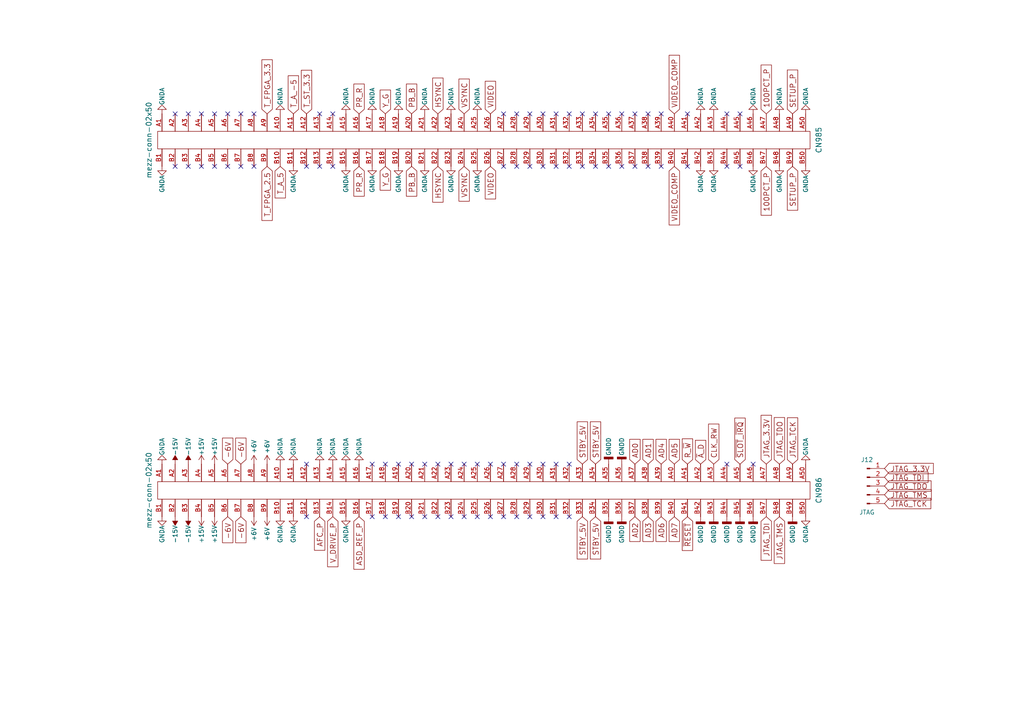
<source format=kicad_sch>
(kicad_sch (version 20211123) (generator eeschema)
  (paper "A4")
  (title_block (title "BKM-68X Alternative") (rev "F") (company "L33T TEK") (comment 1 "Martin Hejnfelt") (comment 2 "martin@hejnfelt.com") (comment 3 "www.immerhax.com"))
  (lib_symbols
    (symbol "bkm-68x-simple-rescue:Conn_01x05_Male" (pin_names (offset 1.016) hide)
      (property "Reference" "J" (at 0 7.62 0))
      (property "Value" "Conn_01x05_Male" (at 0 -7.62 0))
      (symbol "Conn_01x05_Male_1_1"
        (polyline (pts (xy 1.27 -5.08) (xy 0.8636 -5.08)) (stroke (width 0.1524)))
        (polyline (pts (xy 1.27 -2.54) (xy 0.8636 -2.54)) (stroke (width 0.1524)))
        (polyline (pts (xy 1.27 0) (xy 0.8636 0)) (stroke (width 0.1524)))
        (polyline (pts (xy 1.27 2.54) (xy 0.8636 2.54)) (stroke (width 0.1524)))
        (polyline (pts (xy 1.27 5.08) (xy 0.8636 5.08)) (stroke (width 0.1524)))
        (rectangle (start 0.8636 -4.953) (end 0 -5.207) (stroke (width 0.1524)) (fill (type outline)))
        (rectangle (start 0.8636 -2.413) (end 0 -2.667) (stroke (width 0.1524)) (fill (type outline)))
        (rectangle (start 0.8636 0.127) (end 0 -0.127) (stroke (width 0.1524)) (fill (type outline)))
        (rectangle (start 0.8636 2.667) (end 0 2.413) (stroke (width 0.1524)) (fill (type outline)))
        (rectangle (start 0.8636 5.207) (end 0 4.953) (stroke (width 0.1524)) (fill (type outline)))
        (pin passive line (at 5.08 5.08 180) (length 3.81) (name "Pin_1") (number "1"))
        (pin passive line (at 5.08 2.54 180) (length 3.81) (name "Pin_2") (number "2"))
        (pin passive line (at 5.08 0 180) (length 3.81) (name "Pin_3") (number "3"))
        (pin passive line (at 5.08 -2.54 180) (length 3.81) (name "Pin_4") (number "4"))
        (pin passive line (at 5.08 -5.08 180) (length 3.81) (name "Pin_5") (number "5"))
      )
    )
    (symbol "mezz-conn-02x50:mezz-conn-02x50" (pin_names (offset 1.016))
      (property "Reference" "J" (at 100.33 0 90))
      (property "Value" "mezz-conn-02x50" (at -93.98 0 90))
      (symbol "mezz-conn-02x50_0_1"
        (rectangle (start -91.44 2.54) (end 97.79 -2.54))
      )
      (symbol "mezz-conn-02x50_1_1"
        (pin bidirectional line (at -90.17 7.62 270) (length 5.08) (name "~") (number "A1"))
        (pin bidirectional line (at -55.88 7.62 270) (length 5.08) (name "~") (number "A10"))
        (pin bidirectional line (at -52.07 7.62 270) (length 5.08) (name "~") (number "A11"))
        (pin bidirectional line (at -48.26 7.62 270) (length 5.08) (name "~") (number "A12"))
        (pin bidirectional line (at -44.45 7.62 270) (length 5.08) (name "~") (number "A13"))
        (pin bidirectional line (at -40.64 7.62 270) (length 5.08) (name "~") (number "A14"))
        (pin bidirectional line (at -36.83 7.62 270) (length 5.08) (name "~") (number "A15"))
        (pin bidirectional line (at -33.02 7.62 270) (length 5.08) (name "~") (number "A16"))
        (pin bidirectional line (at -29.21 7.62 270) (length 5.08) (name "~") (number "A17"))
        (pin bidirectional line (at -25.4 7.62 270) (length 5.08) (name "~") (number "A18"))
        (pin bidirectional line (at -21.59 7.62 270) (length 5.08) (name "~") (number "A19"))
        (pin bidirectional line (at -86.36 7.62 270) (length 5.08) (name "~") (number "A2"))
        (pin bidirectional line (at -17.78 7.62 270) (length 5.08) (name "~") (number "A20"))
        (pin bidirectional line (at -13.97 7.62 270) (length 5.08) (name "~") (number "A21"))
        (pin bidirectional line (at -10.16 7.62 270) (length 5.08) (name "~") (number "A22"))
        (pin bidirectional line (at -6.35 7.62 270) (length 5.08) (name "~") (number "A23"))
        (pin bidirectional line (at -2.54 7.62 270) (length 5.08) (name "~") (number "A24"))
        (pin bidirectional line (at 1.27 7.62 270) (length 5.08) (name "~") (number "A25"))
        (pin bidirectional line (at 5.08 7.62 270) (length 5.08) (name "~") (number "A26"))
        (pin bidirectional line (at 8.89 7.62 270) (length 5.08) (name "~") (number "A27"))
        (pin bidirectional line (at 12.7 7.62 270) (length 5.08) (name "~") (number "A28"))
        (pin bidirectional line (at 16.51 7.62 270) (length 5.08) (name "~") (number "A29"))
        (pin bidirectional line (at -82.55 7.62 270) (length 5.08) (name "~") (number "A3"))
        (pin bidirectional line (at 20.32 7.62 270) (length 5.08) (name "~") (number "A30"))
        (pin bidirectional line (at 24.13 7.62 270) (length 5.08) (name "~") (number "A31"))
        (pin bidirectional line (at 27.94 7.62 270) (length 5.08) (name "~") (number "A32"))
        (pin bidirectional line (at 31.75 7.62 270) (length 5.08) (name "~") (number "A33"))
        (pin bidirectional line (at 35.56 7.62 270) (length 5.08) (name "~") (number "A34"))
        (pin bidirectional line (at 39.37 7.62 270) (length 5.08) (name "~") (number "A35"))
        (pin bidirectional line (at 43.18 7.62 270) (length 5.08) (name "~") (number "A36"))
        (pin bidirectional line (at 46.99 7.62 270) (length 5.08) (name "~") (number "A37"))
        (pin bidirectional line (at 50.8 7.62 270) (length 5.08) (name "~") (number "A38"))
        (pin bidirectional line (at 54.61 7.62 270) (length 5.08) (name "~") (number "A39"))
        (pin bidirectional line (at -78.74 7.62 270) (length 5.08) (name "~") (number "A4"))
        (pin bidirectional line (at 58.42 7.62 270) (length 5.08) (name "~") (number "A40"))
        (pin bidirectional line (at 62.23 7.62 270) (length 5.08) (name "~") (number "A41"))
        (pin bidirectional line (at 66.04 7.62 270) (length 5.08) (name "~") (number "A42"))
        (pin bidirectional line (at 69.85 7.62 270) (length 5.08) (name "~") (number "A43"))
        (pin bidirectional line (at 73.66 7.62 270) (length 5.08) (name "~") (number "A44"))
        (pin bidirectional line (at 77.47 7.62 270) (length 5.08) (name "~") (number "A45"))
        (pin bidirectional line (at 81.28 7.62 270) (length 5.08) (name "~") (number "A46"))
        (pin bidirectional line (at 85.09 7.62 270) (length 5.08) (name "~") (number "A47"))
        (pin bidirectional line (at 88.9 7.62 270) (length 5.08) (name "~") (number "A48"))
        (pin bidirectional line (at 92.71 7.62 270) (length 5.08) (name "~") (number "A49"))
        (pin bidirectional line (at -74.93 7.62 270) (length 5.08) (name "~") (number "A5"))
        (pin bidirectional line (at 96.52 7.62 270) (length 5.08) (name "~") (number "A50"))
        (pin bidirectional line (at -71.12 7.62 270) (length 5.08) (name "~") (number "A6"))
        (pin bidirectional line (at -67.31 7.62 270) (length 5.08) (name "~") (number "A7"))
        (pin bidirectional line (at -63.5 7.62 270) (length 5.08) (name "~") (number "A8"))
        (pin bidirectional line (at -59.69 7.62 270) (length 5.08) (name "~") (number "A9"))
        (pin bidirectional line (at -90.17 -7.62 90) (length 5.08) (name "~") (number "B1"))
        (pin bidirectional line (at -55.88 -7.62 90) (length 5.08) (name "~") (number "B10"))
        (pin bidirectional line (at -52.07 -7.62 90) (length 5.08) (name "~") (number "B11"))
        (pin bidirectional line (at -48.26 -7.62 90) (length 5.08) (name "~") (number "B12"))
        (pin bidirectional line (at -44.45 -7.62 90) (length 5.08) (name "~") (number "B13"))
        (pin bidirectional line (at -40.64 -7.62 90) (length 5.08) (name "~") (number "B14"))
        (pin bidirectional line (at -36.83 -7.62 90) (length 5.08) (name "~") (number "B15"))
        (pin bidirectional line (at -33.02 -7.62 90) (length 5.08) (name "~") (number "B16"))
        (pin bidirectional line (at -29.21 -7.62 90) (length 5.08) (name "~") (number "B17"))
        (pin bidirectional line (at -25.4 -7.62 90) (length 5.08) (name "~") (number "B18"))
        (pin bidirectional line (at -21.59 -7.62 90) (length 5.08) (name "~") (number "B19"))
        (pin bidirectional line (at -86.36 -7.62 90) (length 5.08) (name "~") (number "B2"))
        (pin bidirectional line (at -17.78 -7.62 90) (length 5.08) (name "~") (number "B20"))
        (pin bidirectional line (at -13.97 -7.62 90) (length 5.08) (name "~") (number "B21"))
        (pin bidirectional line (at -10.16 -7.62 90) (length 5.08) (name "~") (number "B22"))
        (pin bidirectional line (at -6.35 -7.62 90) (length 5.08) (name "~") (number "B23"))
        (pin bidirectional line (at -2.54 -7.62 90) (length 5.08) (name "~") (number "B24"))
        (pin bidirectional line (at 1.27 -7.62 90) (length 5.08) (name "~") (number "B25"))
        (pin bidirectional line (at 5.08 -7.62 90) (length 5.08) (name "~") (number "B26"))
        (pin bidirectional line (at 8.89 -7.62 90) (length 5.08) (name "~") (number "B27"))
        (pin bidirectional line (at 12.7 -7.62 90) (length 5.08) (name "~") (number "B28"))
        (pin bidirectional line (at 16.51 -7.62 90) (length 5.08) (name "~") (number "B29"))
        (pin bidirectional line (at -82.55 -7.62 90) (length 5.08) (name "~") (number "B3"))
        (pin bidirectional line (at 20.32 -7.62 90) (length 5.08) (name "~") (number "B30"))
        (pin bidirectional line (at 24.13 -7.62 90) (length 5.08) (name "~") (number "B31"))
        (pin bidirectional line (at 27.94 -7.62 90) (length 5.08) (name "~") (number "B32"))
        (pin bidirectional line (at 31.75 -7.62 90) (length 5.08) (name "~") (number "B33"))
        (pin bidirectional line (at 35.56 -7.62 90) (length 5.08) (name "~") (number "B34"))
        (pin bidirectional line (at 39.37 -7.62 90) (length 5.08) (name "~") (number "B35"))
        (pin bidirectional line (at 43.18 -7.62 90) (length 5.08) (name "~") (number "B36"))
        (pin bidirectional line (at 46.99 -7.62 90) (length 5.08) (name "~") (number "B37"))
        (pin bidirectional line (at 50.8 -7.62 90) (length 5.08) (name "~") (number "B38"))
        (pin bidirectional line (at 54.61 -7.62 90) (length 5.08) (name "~") (number "B39"))
        (pin bidirectional line (at -78.74 -7.62 90) (length 5.08) (name "~") (number "B4"))
        (pin bidirectional line (at 58.42 -7.62 90) (length 5.08) (name "~") (number "B40"))
        (pin bidirectional line (at 62.23 -7.62 90) (length 5.08) (name "~") (number "B41"))
        (pin bidirectional line (at 66.04 -7.62 90) (length 5.08) (name "~") (number "B42"))
        (pin bidirectional line (at 69.85 -7.62 90) (length 5.08) (name "~") (number "B43"))
        (pin bidirectional line (at 73.66 -7.62 90) (length 5.08) (name "~") (number "B44"))
        (pin bidirectional line (at 77.47 -7.62 90) (length 5.08) (name "~") (number "B45"))
        (pin bidirectional line (at 81.28 -7.62 90) (length 5.08) (name "~") (number "B46"))
        (pin bidirectional line (at 85.09 -7.62 90) (length 5.08) (name "~") (number "B47"))
        (pin bidirectional line (at 88.9 -7.62 90) (length 5.08) (name "~") (number "B48"))
        (pin bidirectional line (at 92.71 -7.62 90) (length 5.08) (name "~") (number "B49"))
        (pin bidirectional line (at -74.93 -7.62 90) (length 5.08) (name "~") (number "B5"))
        (pin bidirectional line (at 96.52 -7.62 90) (length 5.08) (name "~") (number "B50"))
        (pin bidirectional line (at -71.12 -7.62 90) (length 5.08) (name "~") (number "B6"))
        (pin bidirectional line (at -67.31 -7.62 90) (length 5.08) (name "~") (number "B7"))
        (pin bidirectional line (at -63.5 -7.62 90) (length 5.08) (name "~") (number "B8"))
        (pin bidirectional line (at -59.69 -7.62 90) (length 5.08) (name "~") (number "B9"))
      )
    )
    (symbol "power:+15V" (power) (pin_names (offset 0))
      (property "Value" "+15V" (at 0 3.556 0))
      (symbol "+15V_0_1"
        (polyline (pts (xy -0.762 1.27) (xy 0 2.54)))
        (polyline (pts (xy 0 0) (xy 0 2.54)))
        (polyline (pts (xy 0 2.54) (xy 0.762 1.27)))
      )
      (symbol "+15V_1_1"
        (pin power_in line (at 0 0 90) (length 0) hide (name "+15V") (number "1"))
      )
    )
    (symbol "power:+6V" (power) (pin_names (offset 0))
      (property "Value" "+6V" (at 0 3.556 0))
      (symbol "+6V_0_1"
        (polyline (pts (xy -0.762 1.27) (xy 0 2.54)))
        (polyline (pts (xy 0 0) (xy 0 2.54)))
        (polyline (pts (xy 0 2.54) (xy 0.762 1.27)))
      )
      (symbol "+6V_1_1"
        (pin power_in line (at 0 0 90) (length 0) hide (name "+6V") (number "1"))
      )
    )
    (symbol "power:-15V" (power) (pin_names (offset 0))
      (property "Value" "-15V" (at 0 3.81 0))
      (symbol "-15V_0_0"
        (pin power_in line (at 0 0 90) (length 0) hide (name "-15V") (number "1"))
      )
      (symbol "-15V_0_1"
        (polyline (pts (xy 0 0) (xy 0 1.27) (xy 0.762 1.27) (xy 0 2.54) (xy -0.762 1.27) (xy 0 1.27)) (fill (type outline)))
      )
    )
    (symbol "power:GNDA" (power) (pin_names (offset 0))
      (property "Value" "GNDA" (at 0 -3.81 0))
      (symbol "GNDA_0_1"
        (polyline (pts (xy 0 0) (xy 0 -1.27) (xy 1.27 -1.27) (xy 0 -2.54) (xy -1.27 -1.27) (xy 0 -1.27)))
      )
      (symbol "GNDA_1_1"
        (pin power_in line (at 0 0 270) (length 0) hide (name "GNDA") (number "1"))
      )
    )
    (symbol "power:GNDD" (power) (pin_names (offset 0))
      (property "Value" "GNDD" (at 0 -3.175 0))
      (symbol "GNDD_0_1"
        (rectangle (start -1.27 -1.524) (end 1.27 -2.032) (stroke (width 0.254)) (fill (type outline)))
        (polyline (pts (xy 0 0) (xy 0 -1.524)))
      )
      (symbol "GNDD_1_1"
        (pin power_in line (at 0 0 270) (length 0) hide (name "GNDD") (number "1"))
      )
    )
  )
  (no_connect (at 111.76 149.86))
  (no_connect (at 88.9 134.62))
  (no_connect (at 157.48 33.02))
  (no_connect (at 92.71 48.26))
  (no_connect (at 149.86 134.62))
  (no_connect (at 69.85 48.26))
  (no_connect (at 62.23 48.26))
  (no_connect (at 58.42 33.02))
  (no_connect (at 218.44 134.62))
  (no_connect (at 161.29 134.62))
  (no_connect (at 180.34 48.26))
  (no_connect (at 214.63 33.02))
  (no_connect (at 142.24 149.86))
  (no_connect (at 172.72 33.02))
  (no_connect (at 210.82 33.02))
  (no_connect (at 199.39 48.26))
  (no_connect (at 180.34 33.02))
  (no_connect (at 66.04 33.02))
  (no_connect (at 134.62 149.86))
  (no_connect (at 123.19 134.62))
  (no_connect (at 199.39 33.02))
  (no_connect (at 149.86 33.02))
  (no_connect (at 54.61 48.26))
  (no_connect (at 88.9 48.26))
  (no_connect (at 157.48 48.26))
  (no_connect (at 210.82 48.26))
  (no_connect (at 172.72 48.26))
  (no_connect (at 54.61 33.02))
  (no_connect (at 184.15 48.26))
  (no_connect (at 115.57 149.86))
  (no_connect (at 165.1 33.02))
  (no_connect (at 157.48 134.62))
  (no_connect (at 138.43 149.86))
  (no_connect (at 165.1 48.26))
  (no_connect (at 165.1 134.62))
  (no_connect (at 161.29 33.02))
  (no_connect (at 96.52 48.26))
  (no_connect (at 187.96 48.26))
  (no_connect (at 153.67 149.86))
  (no_connect (at 138.43 134.62))
  (no_connect (at 107.95 149.86))
  (no_connect (at 187.96 33.02))
  (no_connect (at 123.19 149.86))
  (no_connect (at 191.77 48.26))
  (no_connect (at 62.23 33.02))
  (no_connect (at 111.76 134.62))
  (no_connect (at 176.53 48.26))
  (no_connect (at 92.71 33.02))
  (no_connect (at 50.8 33.02))
  (no_connect (at 50.8 48.26))
  (no_connect (at 153.67 134.62))
  (no_connect (at 146.05 33.02))
  (no_connect (at 142.24 134.62))
  (no_connect (at 153.67 48.26))
  (no_connect (at 153.67 33.02))
  (no_connect (at 96.52 33.02))
  (no_connect (at 176.53 33.02))
  (no_connect (at 73.66 48.26))
  (no_connect (at 134.62 134.62))
  (no_connect (at 149.86 48.26))
  (no_connect (at 146.05 149.86))
  (no_connect (at 168.91 48.26))
  (no_connect (at 146.05 134.62))
  (no_connect (at 69.85 33.02))
  (no_connect (at 210.82 134.62))
  (no_connect (at 127 149.86))
  (no_connect (at 119.38 134.62))
  (no_connect (at 119.38 149.86))
  (no_connect (at 88.9 149.86))
  (no_connect (at 73.66 33.02))
  (no_connect (at 184.15 33.02))
  (no_connect (at 214.63 48.26))
  (no_connect (at 165.1 149.86))
  (no_connect (at 191.77 33.02))
  (no_connect (at 149.86 149.86))
  (no_connect (at 130.81 134.62))
  (no_connect (at 58.42 48.26))
  (no_connect (at 66.04 48.26))
  (no_connect (at 168.91 33.02))
  (no_connect (at 157.48 149.86))
  (no_connect (at 107.95 134.62))
  (no_connect (at 146.05 48.26))
  (no_connect (at 127 134.62))
  (no_connect (at 115.57 134.62))
  (no_connect (at 130.81 149.86))
  (no_connect (at 161.29 149.86))
  (no_connect (at 161.29 48.26))
  (global_label "VIDEO_COMP" (shape input) (at 195.58 48.26 270) (effects (font (size 1.524 1.524))) (property "Intersheet References" "${INTERSHEET_REFS}" (effects hide)))
  (global_label "VIDEO" (shape input) (at 142.24 48.26 270) (effects (font (size 1.524 1.524))) (property "Intersheet References" "${INTERSHEET_REFS}" (effects hide)))
  (global_label "STBY_5V" (shape input) (at 168.91 134.62 90) (effects (font (size 1.524 1.524))) (property "Intersheet References" "${INTERSHEET_REFS}" (effects hide)))
  (global_label "Y_G" (shape input) (at 111.76 33.02 90) (effects (font (size 1.524 1.524))) (property "Intersheet References" "${INTERSHEET_REFS}" (effects hide)))
  (global_label "~{SLOT}_~{IRQ}" (shape input) (at 214.63 134.62 90) (effects (font (size 1.524 1.524))) (property "Intersheet References" "${INTERSHEET_REFS}" (effects hide)))
  (global_label "~{RESET}" (shape input) (at 199.39 149.86 270) (effects (font (size 1.524 1.524))) (property "Intersheet References" "${INTERSHEET_REFS}" (effects hide)))
  (global_label "HSYNC" (shape input) (at 127 33.02 90) (effects (font (size 1.524 1.524))) (property "Intersheet References" "${INTERSHEET_REFS}" (effects hide)))
  (global_label "-6V" (shape input) (at 69.85 134.62 90) (effects (font (size 1.524 1.524))) (property "Intersheet References" "${INTERSHEET_REFS}" (effects hide)))
  (global_label "STBY_5V" (shape input) (at 172.72 149.86 270) (effects (font (size 1.524 1.524))) (property "Intersheet References" "${INTERSHEET_REFS}" (effects hide)))
  (global_label "SETUP_P" (shape input) (at 229.87 48.26 270) (effects (font (size 1.524 1.524))) (property "Intersheet References" "${INTERSHEET_REFS}" (effects hide)))
  (global_label "T_A_5" (shape input) (at 81.28 48.26 270) (effects (font (size 1.524 1.524))) (property "Intersheet References" "${INTERSHEET_REFS}" (effects hide)))
  (global_label "T_FPGA_3.3" (shape input) (at 77.47 33.02 90) (effects (font (size 1.524 1.524))) (property "Intersheet References" "${INTERSHEET_REFS}" (effects hide)))
  (global_label "Y_G" (shape input) (at 111.76 48.26 270) (effects (font (size 1.524 1.524))) (property "Intersheet References" "${INTERSHEET_REFS}" (effects hide)))
  (global_label "JTAG_TCK" (shape input) (at 229.87 134.62 90) (effects (font (size 1.524 1.524))) (property "Intersheet References" "${INTERSHEET_REFS}" (effects hide)))
  (global_label "AD0" (shape input) (at 184.15 134.62 90) (effects (font (size 1.524 1.524))) (property "Intersheet References" "${INTERSHEET_REFS}" (effects hide)))
  (global_label "PB_B" (shape input) (at 119.38 33.02 90) (effects (font (size 1.524 1.524))) (property "Intersheet References" "${INTERSHEET_REFS}" (effects hide)))
  (global_label "PR_R" (shape input) (at 104.14 48.26 270) (effects (font (size 1.524 1.524))) (property "Intersheet References" "${INTERSHEET_REFS}" (effects hide)))
  (global_label "ASD_REF_P" (shape input) (at 104.14 149.86 270) (effects (font (size 1.524 1.524))) (property "Intersheet References" "${INTERSHEET_REFS}" (effects hide)))
  (global_label "STBY_5V" (shape input) (at 172.72 134.62 90) (effects (font (size 1.524 1.524))) (property "Intersheet References" "${INTERSHEET_REFS}" (effects hide)))
  (global_label "AFC_P" (shape input) (at 92.71 149.86 270) (effects (font (size 1.524 1.524))) (property "Intersheet References" "${INTERSHEET_REFS}" (effects hide)))
  (global_label "SETUP_P" (shape input) (at 229.87 33.02 90) (effects (font (size 1.524 1.524))) (property "Intersheet References" "${INTERSHEET_REFS}" (effects hide)))
  (global_label "JTAG_TCK" (shape input) (at 256.54 146.05 0) (effects (font (size 1.524 1.524))) (property "Intersheet References" "${INTERSHEET_REFS}" (effects hide)))
  (global_label "T_ST_3.3" (shape input) (at 88.9 33.02 90) (effects (font (size 1.524 1.524))) (property "Intersheet References" "${INTERSHEET_REFS}" (effects hide)))
  (global_label "-6V" (shape input) (at 69.85 149.86 270) (effects (font (size 1.524 1.524))) (property "Intersheet References" "${INTERSHEET_REFS}" (effects hide)))
  (global_label "AD5" (shape input) (at 195.58 134.62 90) (effects (font (size 1.524 1.524))) (property "Intersheet References" "${INTERSHEET_REFS}" (effects hide)))
  (global_label "AD4" (shape input) (at 191.77 134.62 90) (effects (font (size 1.524 1.524))) (property "Intersheet References" "${INTERSHEET_REFS}" (effects hide)))
  (global_label "JTAG_TDI" (shape input) (at 256.54 138.43 0) (effects (font (size 1.524 1.524))) (property "Intersheet References" "${INTERSHEET_REFS}" (effects hide)))
  (global_label "PR_R" (shape input) (at 104.14 33.02 90) (effects (font (size 1.524 1.524))) (property "Intersheet References" "${INTERSHEET_REFS}" (effects hide)))
  (global_label "VSYNC" (shape input) (at 134.62 48.26 270) (effects (font (size 1.524 1.524))) (property "Intersheet References" "${INTERSHEET_REFS}" (effects hide)))
  (global_label "V_DRIVE_P" (shape input) (at 96.52 149.86 270) (effects (font (size 1.524 1.524))) (property "Intersheet References" "${INTERSHEET_REFS}" (effects hide)))
  (global_label "STBY_5V" (shape input) (at 168.91 149.86 270) (effects (font (size 1.524 1.524))) (property "Intersheet References" "${INTERSHEET_REFS}" (effects hide)))
  (global_label "100PCT_P" (shape input) (at 222.25 48.26 270) (effects (font (size 1.524 1.524))) (property "Intersheet References" "${INTERSHEET_REFS}" (effects hide)))
  (global_label "JTAG_TDO" (shape input) (at 256.54 140.97 0) (effects (font (size 1.524 1.524))) (property "Intersheet References" "${INTERSHEET_REFS}" (effects hide)))
  (global_label "VIDEO" (shape input) (at 142.24 33.02 90) (effects (font (size 1.524 1.524))) (property "Intersheet References" "${INTERSHEET_REFS}" (effects hide)))
  (global_label "T_A_-5" (shape input) (at 85.09 33.02 90) (effects (font (size 1.524 1.524))) (property "Intersheet References" "${INTERSHEET_REFS}" (effects hide)))
  (global_label "AD2" (shape input) (at 184.15 149.86 270) (effects (font (size 1.524 1.524))) (property "Intersheet References" "${INTERSHEET_REFS}" (effects hide)))
  (global_label "-6V" (shape input) (at 66.04 149.86 270) (effects (font (size 1.524 1.524))) (property "Intersheet References" "${INTERSHEET_REFS}" (effects hide)))
  (global_label "JTAG_TDI" (shape input) (at 222.25 149.86 270) (effects (font (size 1.524 1.524))) (property "Intersheet References" "${INTERSHEET_REFS}" (effects hide)))
  (global_label "VIDEO_COMP" (shape input) (at 195.58 33.02 90) (effects (font (size 1.524 1.524))) (property "Intersheet References" "${INTERSHEET_REFS}" (effects hide)))
  (global_label "CLK_RW" (shape input) (at 207.01 134.62 90) (effects (font (size 1.524 1.524))) (property "Intersheet References" "${INTERSHEET_REFS}" (effects hide)))
  (global_label "-6V" (shape input) (at 66.04 134.62 90) (effects (font (size 1.524 1.524))) (property "Intersheet References" "${INTERSHEET_REFS}" (effects hide)))
  (global_label "PB_B" (shape input) (at 119.38 48.26 270) (effects (font (size 1.524 1.524))) (property "Intersheet References" "${INTERSHEET_REFS}" (effects hide)))
  (global_label "AD3" (shape input) (at 187.96 149.86 270) (effects (font (size 1.524 1.524))) (property "Intersheet References" "${INTERSHEET_REFS}" (effects hide)))
  (global_label "AD7" (shape input) (at 195.58 149.86 270) (effects (font (size 1.524 1.524))) (property "Intersheet References" "${INTERSHEET_REFS}" (effects hide)))
  (global_label "HSYNC" (shape input) (at 127 48.26 270) (effects (font (size 1.524 1.524))) (property "Intersheet References" "${INTERSHEET_REFS}" (effects hide)))
  (global_label "R_~{W}" (shape input) (at 199.39 134.62 90) (effects (font (size 1.524 1.524))) (property "Intersheet References" "${INTERSHEET_REFS}" (effects hide)))
  (global_label "AD1" (shape input) (at 187.96 134.62 90) (effects (font (size 1.524 1.524))) (property "Intersheet References" "${INTERSHEET_REFS}" (effects hide)))
  (global_label "JTAG_TMS" (shape input) (at 226.06 149.86 270) (effects (font (size 1.524 1.524))) (property "Intersheet References" "${INTERSHEET_REFS}" (effects hide)))
  (global_label "JTAG_3.3V" (shape input) (at 256.54 135.89 0) (effects (font (size 1.524 1.524))) (property "Intersheet References" "${INTERSHEET_REFS}" (effects hide)))
  (global_label "~{A}_D" (shape input) (at 203.2 134.62 90) (effects (font (size 1.524 1.524))) (property "Intersheet References" "${INTERSHEET_REFS}" (effects hide)))
  (global_label "100PCT_P" (shape input) (at 222.25 33.02 90) (effects (font (size 1.524 1.524))) (property "Intersheet References" "${INTERSHEET_REFS}" (effects hide)))
  (global_label "JTAG_3.3V" (shape input) (at 222.25 134.62 90) (effects (font (size 1.524 1.524))) (property "Intersheet References" "${INTERSHEET_REFS}" (effects hide)))
  (global_label "T_FPGA_2.5" (shape input) (at 77.47 48.26 270) (effects (font (size 1.524 1.524))) (property "Intersheet References" "${INTERSHEET_REFS}" (effects hide)))
  (global_label "JTAG_TDO" (shape input) (at 226.06 134.62 90) (effects (font (size 1.524 1.524))) (property "Intersheet References" "${INTERSHEET_REFS}" (effects hide)))
  (global_label "JTAG_TMS" (shape input) (at 256.54 143.51 0) (effects (font (size 1.524 1.524))) (property "Intersheet References" "${INTERSHEET_REFS}" (effects hide)))
  (global_label "AD6" (shape input) (at 191.77 149.86 270) (effects (font (size 1.524 1.524))) (property "Intersheet References" "${INTERSHEET_REFS}" (effects hide)))
  (global_label "VSYNC" (shape input) (at 134.62 33.02 90) (effects (font (size 1.524 1.524))) (property "Intersheet References" "${INTERSHEET_REFS}" (effects hide)))
  (symbol (lib_id "mezz-conn-02x50:mezz-conn-02x50") (at 137.16 40.64 0) (unit 1)
    (property "Reference" "CN985" (at 237.49 40.64 90) (effects (font (size 1.524 1.524))))
    (property "Value" "mezz-conn-02x50" (at 43.18 40.64 90) (effects (font (size 1.524 1.524))))
    (property "Footprint" "TX24-100R-LT-H1E:TX24-100R-LT-H1E" (effects hide))
  )
  (symbol (lib_id "mezz-conn-02x50:mezz-conn-02x50") (at 137.16 142.24 0) (unit 1)
    (property "Reference" "CN986" (at 237.49 142.24 90) (effects (font (size 1.524 1.524))))
    (property "Value" "mezz-conn-02x50" (at 43.18 142.24 90) (effects (font (size 1.524 1.524))))
    (property "Footprint" "TX24-100R-LT-H1E:TX24-100R-LT-H1E" (effects hide))
  )
  (symbol (lib_id "power:GNDA") (at 107.95 33.02 180) (unit 1)
    (property "Reference" "#PWR036" (effects hide))
    (property "Value" "GNDA" (at 107.95 27.94 90))
  )
  (symbol (lib_id "power:GNDA") (at 100.33 33.02 180) (unit 1)
    (property "Reference" "#PWR037" (effects hide))
    (property "Value" "GNDA" (at 100.33 27.94 90))
  )
  (symbol (lib_id "power:GNDA") (at 100.33 48.26 0) (unit 1)
    (property "Reference" "#PWR038" (effects hide))
    (property "Value" "GNDA" (at 100.33 53.34 90))
  )
  (symbol (lib_id "power:GNDA") (at 107.95 48.26 0) (unit 1)
    (property "Reference" "#PWR039" (effects hide))
    (property "Value" "GNDA" (at 107.95 53.34 90))
  )
  (symbol (lib_id "power:GNDA") (at 115.57 48.26 0) (unit 1)
    (property "Reference" "#PWR040" (effects hide))
    (property "Value" "GNDA" (at 115.57 53.34 90))
  )
  (symbol (lib_id "power:GNDA") (at 115.57 33.02 180) (unit 1)
    (property "Reference" "#PWR041" (effects hide))
    (property "Value" "GNDA" (at 115.57 27.94 90))
  )
  (symbol (lib_id "power:GNDA") (at 123.19 48.26 0) (unit 1)
    (property "Reference" "#PWR042" (effects hide))
    (property "Value" "GNDA" (at 123.19 53.34 90))
  )
  (symbol (lib_id "power:GNDA") (at 123.19 33.02 180) (unit 1)
    (property "Reference" "#PWR043" (effects hide))
    (property "Value" "GNDA" (at 123.19 27.94 90))
  )
  (symbol (lib_id "power:GNDA") (at 130.81 48.26 0) (unit 1)
    (property "Reference" "#PWR044" (effects hide))
    (property "Value" "GNDA" (at 130.81 53.34 90))
  )
  (symbol (lib_id "power:GNDA") (at 130.81 33.02 180) (unit 1)
    (property "Reference" "#PWR045" (effects hide))
    (property "Value" "GNDA" (at 130.81 27.94 90))
  )
  (symbol (lib_id "power:GNDA") (at 138.43 33.02 180) (unit 1)
    (property "Reference" "#PWR046" (effects hide))
    (property "Value" "GNDA" (at 138.43 27.94 90))
  )
  (symbol (lib_id "power:GNDA") (at 138.43 48.26 0) (unit 1)
    (property "Reference" "#PWR047" (effects hide))
    (property "Value" "GNDA" (at 138.43 53.34 90))
  )
  (symbol (lib_id "power:GNDA") (at 203.2 48.26 0) (unit 1)
    (property "Reference" "#PWR048" (effects hide))
    (property "Value" "GNDA" (at 203.2 53.34 90))
  )
  (symbol (lib_id "power:GNDA") (at 207.01 48.26 0) (unit 1)
    (property "Reference" "#PWR049" (effects hide))
    (property "Value" "GNDA" (at 207.01 53.34 90))
  )
  (symbol (lib_id "power:GNDA") (at 203.2 33.02 180) (unit 1)
    (property "Reference" "#PWR050" (effects hide))
    (property "Value" "GNDA" (at 203.2 27.94 90))
  )
  (symbol (lib_id "power:GNDA") (at 207.01 33.02 180) (unit 1)
    (property "Reference" "#PWR051" (effects hide))
    (property "Value" "GNDA" (at 207.01 27.94 90))
  )
  (symbol (lib_id "power:GNDA") (at 218.44 33.02 180) (unit 1)
    (property "Reference" "#PWR052" (effects hide))
    (property "Value" "GNDA" (at 218.44 27.94 90))
  )
  (symbol (lib_id "power:GNDA") (at 218.44 48.26 0) (unit 1)
    (property "Reference" "#PWR053" (effects hide))
    (property "Value" "GNDA" (at 218.44 53.34 90))
  )
  (symbol (lib_id "power:GNDA") (at 226.06 33.02 180) (unit 1)
    (property "Reference" "#PWR054" (effects hide))
    (property "Value" "GNDA" (at 226.06 27.94 90))
  )
  (symbol (lib_id "power:GNDA") (at 226.06 48.26 0) (unit 1)
    (property "Reference" "#PWR055" (effects hide))
    (property "Value" "GNDA" (at 226.06 53.34 90))
  )
  (symbol (lib_id "power:GNDA") (at 233.68 33.02 180) (unit 1)
    (property "Reference" "#PWR056" (effects hide))
    (property "Value" "GNDA" (at 233.68 27.94 90))
  )
  (symbol (lib_id "power:GNDA") (at 233.68 48.26 0) (unit 1)
    (property "Reference" "#PWR057" (effects hide))
    (property "Value" "GNDA" (at 233.68 53.34 90))
  )
  (symbol (lib_id "power:GNDA") (at 46.99 149.86 0) (unit 1)
    (property "Reference" "#PWR060" (effects hide))
    (property "Value" "GNDA" (at 46.99 154.94 90))
  )
  (symbol (lib_id "power:GNDA") (at 46.99 134.62 180) (unit 1)
    (property "Reference" "#PWR061" (effects hide))
    (property "Value" "GNDA" (at 46.99 129.54 90))
  )
  (symbol (lib_id "power:+15V") (at 58.42 134.62 0) (unit 1)
    (property "Reference" "#PWR062" (effects hide))
    (property "Value" "+15V" (at 58.42 129.54 90))
  )
  (symbol (lib_id "power:+15V") (at 62.23 134.62 0) (unit 1)
    (property "Reference" "#PWR0131" (effects hide))
    (property "Value" "+15V" (at 62.23 129.54 90))
  )
  (symbol (lib_id "power:-15V") (at 50.8 134.62 0) (unit 1)
    (property "Reference" "#PWR063" (effects hide))
    (property "Value" "-15V" (at 50.8 129.54 90))
  )
  (symbol (lib_id "power:-15V") (at 54.61 134.62 0) (unit 1)
    (property "Reference" "#PWR0130" (effects hide))
    (property "Value" "-15V" (at 54.61 129.54 90))
  )
  (symbol (lib_id "power:-15V") (at 50.8 149.86 180) (unit 1)
    (property "Reference" "#PWR0129" (effects hide))
    (property "Value" "-15V" (at 50.8 154.94 90))
  )
  (symbol (lib_id "power:-15V") (at 54.61 149.86 180) (unit 1)
    (property "Reference" "#PWR0128" (effects hide))
    (property "Value" "-15V" (at 54.61 154.94 90))
  )
  (symbol (lib_id "power:+15V") (at 58.42 149.86 180) (unit 1)
    (property "Reference" "#PWR064" (effects hide))
    (property "Value" "+15V" (at 58.42 154.94 90))
  )
  (symbol (lib_id "power:+15V") (at 62.23 149.86 180) (unit 1)
    (property "Reference" "#PWR065" (effects hide))
    (property "Value" "+15V" (at 62.23 154.94 90))
  )
  (symbol (lib_id "power:+6V") (at 73.66 134.62 0) (unit 1)
    (property "Reference" "#PWR066" (effects hide))
    (property "Value" "+6V" (at 73.66 129.54 90))
  )
  (symbol (lib_id "power:+6V") (at 77.47 134.62 0) (unit 1)
    (property "Reference" "#PWR067" (effects hide))
    (property "Value" "+6V" (at 77.47 129.54 90))
  )
  (symbol (lib_id "power:+6V") (at 73.66 149.86 180) (unit 1)
    (property "Reference" "#PWR068" (effects hide))
    (property "Value" "+6V" (at 73.66 154.94 90))
  )
  (symbol (lib_id "power:+6V") (at 77.47 149.86 180) (unit 1)
    (property "Reference" "#PWR069" (effects hide))
    (property "Value" "+6V" (at 77.47 154.94 90))
  )
  (symbol (lib_id "power:GNDA") (at 81.28 134.62 180) (unit 1)
    (property "Reference" "#PWR070" (effects hide))
    (property "Value" "GNDA" (at 81.28 129.54 90))
  )
  (symbol (lib_id "power:GNDA") (at 85.09 134.62 180) (unit 1)
    (property "Reference" "#PWR071" (effects hide))
    (property "Value" "GNDA" (at 85.09 129.54 90))
  )
  (symbol (lib_id "power:GNDA") (at 81.28 149.86 0) (unit 1)
    (property "Reference" "#PWR072" (effects hide))
    (property "Value" "GNDA" (at 81.28 154.94 90))
  )
  (symbol (lib_id "power:GNDA") (at 85.09 149.86 0) (unit 1)
    (property "Reference" "#PWR073" (effects hide))
    (property "Value" "GNDA" (at 85.09 154.94 90))
  )
  (symbol (lib_id "power:GNDA") (at 92.71 134.62 180) (unit 1)
    (property "Reference" "#PWR074" (effects hide))
    (property "Value" "GNDA" (at 92.71 129.54 90))
  )
  (symbol (lib_id "power:GNDA") (at 96.52 134.62 180) (unit 1)
    (property "Reference" "#PWR075" (effects hide))
    (property "Value" "GNDA" (at 96.52 129.54 90))
  )
  (symbol (lib_id "power:GNDA") (at 100.33 134.62 180) (unit 1)
    (property "Reference" "#PWR076" (effects hide))
    (property "Value" "GNDA" (at 100.33 129.54 90))
  )
  (symbol (lib_id "power:GNDA") (at 104.14 134.62 180) (unit 1)
    (property "Reference" "#PWR077" (effects hide))
    (property "Value" "GNDA" (at 104.14 129.54 90))
  )
  (symbol (lib_id "power:GNDA") (at 100.33 149.86 0) (unit 1)
    (property "Reference" "#PWR078" (effects hide))
    (property "Value" "GNDA" (at 100.33 154.94 90))
  )
  (symbol (lib_id "power:GNDD") (at 176.53 134.62 180) (unit 1)
    (property "Reference" "#PWR079" (effects hide))
    (property "Value" "GNDD" (at 176.53 129.54 90))
  )
  (symbol (lib_id "power:GNDD") (at 180.34 134.62 180) (unit 1)
    (property "Reference" "#PWR080" (effects hide))
    (property "Value" "GNDD" (at 180.34 129.54 90))
  )
  (symbol (lib_id "power:GNDD") (at 176.53 149.86 0) (unit 1)
    (property "Reference" "#PWR081" (effects hide))
    (property "Value" "GNDD" (at 176.53 154.94 90))
  )
  (symbol (lib_id "power:GNDD") (at 180.34 149.86 0) (unit 1)
    (property "Reference" "#PWR082" (effects hide))
    (property "Value" "GNDD" (at 180.34 154.94 90))
  )
  (symbol (lib_id "power:GNDD") (at 203.2 149.86 0) (unit 1)
    (property "Reference" "#PWR083" (effects hide))
    (property "Value" "GNDD" (at 203.2 154.94 90))
  )
  (symbol (lib_id "power:GNDD") (at 207.01 149.86 0) (unit 1)
    (property "Reference" "#PWR084" (effects hide))
    (property "Value" "GNDD" (at 207.01 154.94 90))
  )
  (symbol (lib_id "power:GNDD") (at 210.82 149.86 0) (unit 1)
    (property "Reference" "#PWR085" (effects hide))
    (property "Value" "GNDD" (at 210.82 154.94 90))
  )
  (symbol (lib_id "power:GNDD") (at 214.63 149.86 0) (unit 1)
    (property "Reference" "#PWR086" (effects hide))
    (property "Value" "GNDD" (at 214.63 154.94 90))
  )
  (symbol (lib_id "power:GNDD") (at 218.44 149.86 0) (unit 1)
    (property "Reference" "#PWR087" (effects hide))
    (property "Value" "GNDD" (at 218.44 154.94 90))
  )
  (symbol (lib_id "power:GNDD") (at 229.87 149.86 0) (unit 1)
    (property "Reference" "#PWR088" (effects hide))
    (property "Value" "GNDD" (at 229.87 154.94 90))
  )
  (symbol (lib_id "power:GNDA") (at 233.68 134.62 180) (unit 1)
    (property "Reference" "#PWR089" (effects hide))
    (property "Value" "GNDA" (at 233.68 129.54 90))
  )
  (symbol (lib_id "power:GNDA") (at 233.68 149.86 0) (unit 1)
    (property "Reference" "#PWR090" (effects hide))
    (property "Value" "GNDA" (at 233.68 154.94 90))
  )
  (symbol (lib_id "power:GNDA") (at 81.28 33.02 180) (unit 1)
    (property "Reference" "#PWR091" (effects hide))
    (property "Value" "GNDA" (at 81.28 27.94 90))
  )
  (symbol (lib_id "power:GNDA") (at 85.09 48.26 0) (unit 1)
    (property "Reference" "#PWR092" (effects hide))
    (property "Value" "GNDA" (at 85.09 53.34 90))
  )
  (symbol (lib_id "power:GNDA") (at 46.99 33.02 180) (unit 1)
    (property "Reference" "#PWR058" (effects hide))
    (property "Value" "GNDA" (at 46.99 27.94 90))
  )
  (symbol (lib_id "power:GNDA") (at 46.99 48.26 0) (unit 1)
    (property "Reference" "#PWR059" (effects hide))
    (property "Value" "GNDA" (at 46.99 53.34 90))
  )
  (symbol (lib_id "bkm-68x-simple-rescue:Conn_01x05_Male") (at 251.46 140.97 0) (unit 1)
    (property "Reference" "J12" (at 251.46 133.35 0))
    (property "Value" "JTAG" (at 251.46 148.59 0))
    (property "Footprint" "Connector_PinHeader_2.54mm:PinHeader_1x05_P2.54mm_Vertical" (effects hide))
  )
)
</source>
